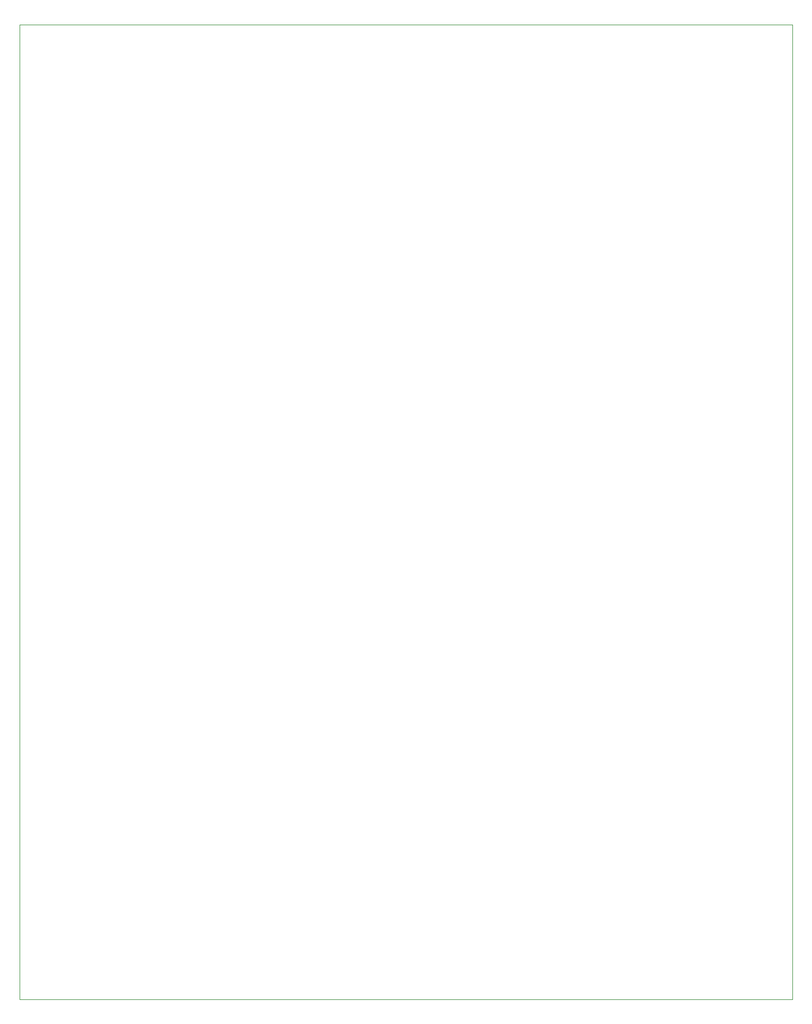
<source format=gbr>
G04 #@! TF.GenerationSoftware,KiCad,Pcbnew,5.0.2-bee76a0~70~ubuntu16.04.1*
G04 #@! TF.CreationDate,2020-02-27T20:32:17-05:00*
G04 #@! TF.ProjectId,cpu,6370752e-6b69-4636-9164-5f7063625858,rev?*
G04 #@! TF.SameCoordinates,Original*
G04 #@! TF.FileFunction,Profile,NP*
%FSLAX46Y46*%
G04 Gerber Fmt 4.6, Leading zero omitted, Abs format (unit mm)*
G04 Created by KiCad (PCBNEW 5.0.2-bee76a0~70~ubuntu16.04.1) date Thu 27 Feb 2020 08:32:17 PM EST*
%MOMM*%
%LPD*%
G01*
G04 APERTURE LIST*
%ADD10C,0.100000*%
G04 APERTURE END LIST*
D10*
X25400000Y-172720000D02*
X25400000Y-25400000D01*
X142240000Y-172720000D02*
X25400000Y-172720000D01*
X142240000Y-25400000D02*
X142240000Y-172720000D01*
X25400000Y-25400000D02*
X142240000Y-25400000D01*
M02*

</source>
